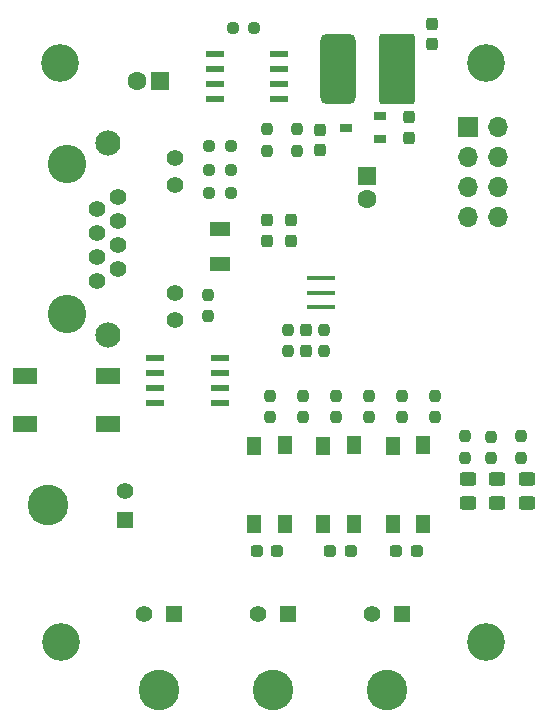
<source format=gts>
G04 #@! TF.GenerationSoftware,KiCad,Pcbnew,8.0.8*
G04 #@! TF.CreationDate,2025-02-07T15:06:47+09:00*
G04 #@! TF.ProjectId,solenoid valve2020,736f6c65-6e6f-4696-9420-76616c766532,rev?*
G04 #@! TF.SameCoordinates,Original*
G04 #@! TF.FileFunction,Soldermask,Top*
G04 #@! TF.FilePolarity,Negative*
%FSLAX46Y46*%
G04 Gerber Fmt 4.6, Leading zero omitted, Abs format (unit mm)*
G04 Created by KiCad (PCBNEW 8.0.8) date 2025-02-07 15:06:47*
%MOMM*%
%LPD*%
G01*
G04 APERTURE LIST*
G04 Aperture macros list*
%AMRoundRect*
0 Rectangle with rounded corners*
0 $1 Rounding radius*
0 $2 $3 $4 $5 $6 $7 $8 $9 X,Y pos of 4 corners*
0 Add a 4 corners polygon primitive as box body*
4,1,4,$2,$3,$4,$5,$6,$7,$8,$9,$2,$3,0*
0 Add four circle primitives for the rounded corners*
1,1,$1+$1,$2,$3*
1,1,$1+$1,$4,$5*
1,1,$1+$1,$6,$7*
1,1,$1+$1,$8,$9*
0 Add four rect primitives between the rounded corners*
20,1,$1+$1,$2,$3,$4,$5,0*
20,1,$1+$1,$4,$5,$6,$7,0*
20,1,$1+$1,$6,$7,$8,$9,0*
20,1,$1+$1,$8,$9,$2,$3,0*%
G04 Aperture macros list end*
%ADD10R,1.050000X0.750000*%
%ADD11R,1.050000X0.800000*%
%ADD12RoundRect,0.237500X0.250000X0.237500X-0.250000X0.237500X-0.250000X-0.237500X0.250000X-0.237500X0*%
%ADD13RoundRect,0.237500X-0.237500X0.250000X-0.237500X-0.250000X0.237500X-0.250000X0.237500X0.250000X0*%
%ADD14R,1.700000X1.700000*%
%ADD15O,1.700000X1.700000*%
%ADD16R,2.000000X1.400000*%
%ADD17RoundRect,0.237500X-0.237500X0.300000X-0.237500X-0.300000X0.237500X-0.300000X0.237500X0.300000X0*%
%ADD18RoundRect,0.237500X-0.237500X0.287500X-0.237500X-0.287500X0.237500X-0.287500X0.237500X0.287500X0*%
%ADD19R,1.550000X0.600000*%
%ADD20C,3.200000*%
%ADD21RoundRect,0.250000X-0.450000X0.325000X-0.450000X-0.325000X0.450000X-0.325000X0.450000X0.325000X0*%
%ADD22C,3.440000*%
%ADD23R,1.400000X1.400000*%
%ADD24C,1.400000*%
%ADD25R,1.600000X1.600000*%
%ADD26C,1.600000*%
%ADD27RoundRect,0.237500X0.237500X-0.250000X0.237500X0.250000X-0.237500X0.250000X-0.237500X-0.250000X0*%
%ADD28R,1.200000X1.550000*%
%ADD29RoundRect,0.237500X-0.250000X-0.237500X0.250000X-0.237500X0.250000X0.237500X-0.250000X0.237500X0*%
%ADD30C,3.251200*%
%ADD31C,1.397000*%
%ADD32C,2.133600*%
%ADD33RoundRect,0.237500X0.237500X-0.300000X0.237500X0.300000X-0.237500X0.300000X-0.237500X-0.300000X0*%
%ADD34RoundRect,0.100000X-1.075000X0.100000X-1.075000X-0.100000X1.075000X-0.100000X1.075000X0.100000X0*%
%ADD35R,1.810000X1.160000*%
%ADD36RoundRect,0.237500X-0.287500X-0.237500X0.287500X-0.237500X0.287500X0.237500X-0.287500X0.237500X0*%
%ADD37RoundRect,0.250000X-1.250000X-2.750000X1.250000X-2.750000X1.250000X2.750000X-1.250000X2.750000X0*%
%ADD38RoundRect,0.576923X-0.923077X-2.423077X0.923077X-2.423077X0.923077X2.423077X-0.923077X2.423077X0*%
%ADD39R,1.520000X0.600000*%
G04 APERTURE END LIST*
D10*
G04 #@! TO.C,U7*
X82104000Y-61429000D03*
X82104000Y-59429000D03*
D11*
X79154000Y-60429000D03*
G04 #@! TD*
D12*
G04 #@! TO.C,R18*
X69412500Y-66000000D03*
X67587500Y-66000000D03*
G04 #@! TD*
D13*
G04 #@! TO.C,R21*
X75000000Y-60587500D03*
X75000000Y-62412500D03*
G04 #@! TD*
D14*
G04 #@! TO.C,JP1*
X89519000Y-60380000D03*
D15*
X92059000Y-60380000D03*
X89519000Y-62920000D03*
X92059000Y-62920000D03*
X89519000Y-65460000D03*
X92059000Y-65460000D03*
X89519000Y-68000000D03*
X92059000Y-68000000D03*
G04 #@! TD*
D16*
G04 #@! TO.C,SW1*
X59000000Y-85500000D03*
X52000000Y-85500000D03*
X59000000Y-81500000D03*
X52000000Y-81500000D03*
G04 #@! TD*
D17*
G04 #@! TO.C,C18*
X84500000Y-59566500D03*
X84500000Y-61291500D03*
G04 #@! TD*
D18*
G04 #@! TO.C,D8*
X86500000Y-51625000D03*
X86500000Y-53375000D03*
G04 #@! TD*
D19*
G04 #@! TO.C,U6*
X73500000Y-54190000D03*
X73500000Y-55460000D03*
X73500000Y-56730000D03*
X73500000Y-58000000D03*
X68100000Y-58000000D03*
X68100000Y-56730000D03*
X68100000Y-55460000D03*
X68100000Y-54190000D03*
G04 #@! TD*
D20*
G04 #@! TO.C,REF\u002A\u002A*
X55000000Y-55000000D03*
G04 #@! TD*
D13*
G04 #@! TO.C,R14*
X91500000Y-86587500D03*
X91500000Y-88412500D03*
G04 #@! TD*
D21*
G04 #@! TO.C,D9*
X89500000Y-90147000D03*
X89500000Y-92197000D03*
G04 #@! TD*
D22*
G04 #@! TO.C,X0*
X63377000Y-108077000D03*
D23*
X64627000Y-101577000D03*
D24*
X62127000Y-101577000D03*
G04 #@! TD*
D25*
G04 #@! TO.C,C17*
X81000000Y-64493000D03*
D26*
X81000000Y-66493000D03*
G04 #@! TD*
D27*
G04 #@! TO.C,R16*
X77327000Y-79375500D03*
X77327000Y-77550500D03*
G04 #@! TD*
G04 #@! TO.C,R19*
X67500000Y-76412500D03*
X67500000Y-74587500D03*
G04 #@! TD*
D28*
G04 #@! TO.C,TLP172AM3*
X74025000Y-87332000D03*
X71425000Y-87357000D03*
X71425000Y-93957000D03*
X74025000Y-93957000D03*
G04 #@! TD*
D29*
G04 #@! TO.C,R4*
X67587500Y-64000000D03*
X69412500Y-64000000D03*
G04 #@! TD*
D30*
G04 #@! TO.C,CN1*
X55571000Y-63522000D03*
X55571000Y-76222000D03*
D31*
X58111000Y-73428000D03*
X59889000Y-72412000D03*
X58111000Y-71396000D03*
X59889000Y-70380000D03*
X58111000Y-69364000D03*
X59889000Y-68348000D03*
X58111000Y-67332000D03*
X59889000Y-66316000D03*
X64715000Y-76730000D03*
X64715000Y-74444000D03*
D32*
X59000000Y-61744000D03*
X59000000Y-78000000D03*
D31*
X64715000Y-65300000D03*
X64715000Y-63014000D03*
G04 #@! TD*
D13*
G04 #@! TO.C,R1*
X72755000Y-83138500D03*
X72755000Y-84963500D03*
G04 #@! TD*
G04 #@! TO.C,R5*
X81137000Y-83138500D03*
X81137000Y-84963500D03*
G04 #@! TD*
D25*
G04 #@! TO.C,C14*
X63455113Y-56500000D03*
D26*
X61455113Y-56500000D03*
G04 #@! TD*
D28*
G04 #@! TO.C,TLP172AM1*
X79867000Y-87332000D03*
X77267000Y-87357000D03*
X77267000Y-93957000D03*
X79867000Y-93957000D03*
G04 #@! TD*
D17*
G04 #@! TO.C,C15*
X77000000Y-60637500D03*
X77000000Y-62362500D03*
G04 #@! TD*
D13*
G04 #@! TO.C,R15*
X94000000Y-86553000D03*
X94000000Y-88378000D03*
G04 #@! TD*
D33*
G04 #@! TO.C,C20*
X75803000Y-79325500D03*
X75803000Y-77600500D03*
G04 #@! TD*
D22*
G04 #@! TO.C,X2*
X82641000Y-108077000D03*
D23*
X83891000Y-101577000D03*
D24*
X81391000Y-101577000D03*
G04 #@! TD*
D22*
G04 #@! TO.C,X1*
X73029000Y-108077000D03*
D23*
X74279000Y-101577000D03*
D24*
X71779000Y-101577000D03*
G04 #@! TD*
D34*
G04 #@! TO.C,U$6*
X77102000Y-73199000D03*
X77102000Y-74399000D03*
X77102000Y-75599000D03*
G04 #@! TD*
D13*
G04 #@! TO.C,R13*
X89265000Y-86553000D03*
X89265000Y-88378000D03*
G04 #@! TD*
D22*
G04 #@! TO.C,X3*
X54000000Y-92413000D03*
D23*
X60500000Y-93663000D03*
D24*
X60500000Y-91163000D03*
G04 #@! TD*
D21*
G04 #@! TO.C,D11*
X94500000Y-90147000D03*
X94500000Y-92197000D03*
G04 #@! TD*
D13*
G04 #@! TO.C,R6*
X86725000Y-83138500D03*
X86725000Y-84963500D03*
G04 #@! TD*
D35*
G04 #@! TO.C,F1*
X68500000Y-71975000D03*
X68500000Y-69025000D03*
G04 #@! TD*
D27*
G04 #@! TO.C,R17*
X74279000Y-79375500D03*
X74279000Y-77550500D03*
G04 #@! TD*
D36*
G04 #@! TO.C,D2*
X83451000Y-96243000D03*
X85201000Y-96243000D03*
G04 #@! TD*
D13*
G04 #@! TO.C,R2*
X75549000Y-83138500D03*
X75549000Y-84963500D03*
G04 #@! TD*
D20*
G04 #@! TO.C,REF\u002A\u002A*
X55033000Y-104026000D03*
G04 #@! TD*
D17*
G04 #@! TO.C,C16*
X74500000Y-68275000D03*
X74500000Y-70000000D03*
G04 #@! TD*
D12*
G04 #@! TO.C,R20*
X69412500Y-62000000D03*
X67587500Y-62000000D03*
G04 #@! TD*
D20*
G04 #@! TO.C,REF\u002A\u002A*
X91033000Y-55000000D03*
G04 #@! TD*
D13*
G04 #@! TO.C,R7*
X83931000Y-83138500D03*
X83931000Y-84963500D03*
G04 #@! TD*
D36*
G04 #@! TO.C,D1*
X77863000Y-96243000D03*
X79613000Y-96243000D03*
G04 #@! TD*
D21*
G04 #@! TO.C,D10*
X92000000Y-90147000D03*
X92000000Y-92197000D03*
G04 #@! TD*
D20*
G04 #@! TO.C,REF\u002A\u002A*
X91033000Y-104026000D03*
G04 #@! TD*
D29*
G04 #@! TO.C,R23*
X69587500Y-52000000D03*
X71412500Y-52000000D03*
G04 #@! TD*
D33*
G04 #@! TO.C,C19*
X72500000Y-70000000D03*
X72500000Y-68275000D03*
G04 #@! TD*
D37*
G04 #@! TO.C,L1*
X83500000Y-55500000D03*
D38*
X78500000Y-55500000D03*
G04 #@! TD*
D39*
G04 #@! TO.C,U2*
X68500000Y-79960000D03*
X68500000Y-81230000D03*
X68500000Y-82500000D03*
X68500000Y-83770000D03*
X62980000Y-79960000D03*
X62980000Y-81230000D03*
X62980000Y-82500000D03*
X62980000Y-83770000D03*
G04 #@! TD*
D36*
G04 #@! TO.C,D0*
X71626000Y-96243000D03*
X73376000Y-96243000D03*
G04 #@! TD*
D13*
G04 #@! TO.C,R3*
X78343000Y-83138500D03*
X78343000Y-84963500D03*
G04 #@! TD*
D27*
G04 #@! TO.C,R22*
X72500000Y-62412500D03*
X72500000Y-60587500D03*
G04 #@! TD*
D28*
G04 #@! TO.C,TLP172AM2*
X85739000Y-87332000D03*
X83139000Y-87357000D03*
X83139000Y-93957000D03*
X85739000Y-93957000D03*
G04 #@! TD*
M02*

</source>
